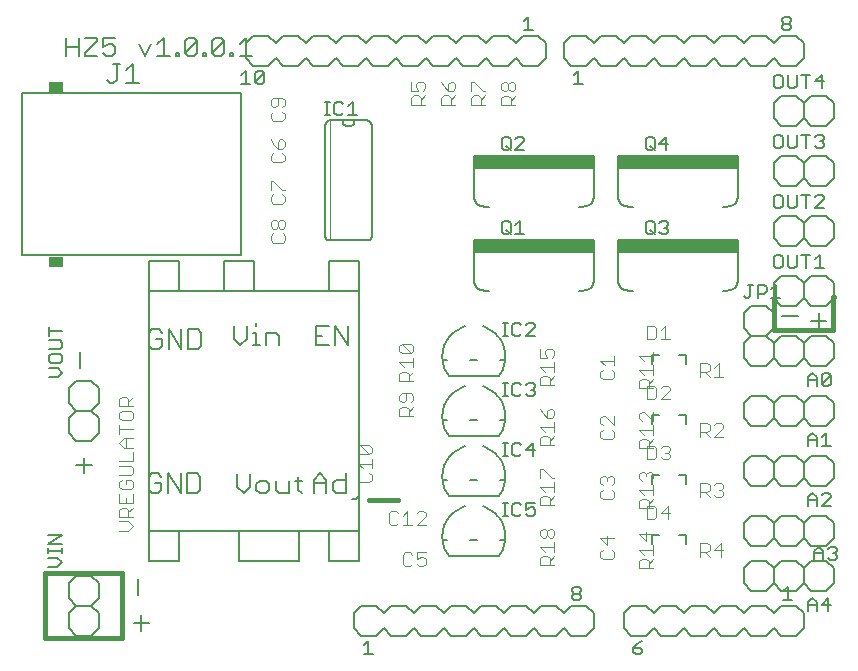
<source format=gto>
G75*
%MOIN*%
%OFA0B0*%
%FSLAX24Y24*%
%IPPOS*%
%LPD*%
%AMOC8*
5,1,8,0,0,1.08239X$1,22.5*
%
%ADD10C,0.0160*%
%ADD11C,0.0070*%
%ADD12C,0.0060*%
%ADD13C,0.0050*%
%ADD14C,0.0040*%
%ADD15C,0.0020*%
%ADD16C,0.0080*%
%ADD17R,0.0450X0.0364*%
%ADD18R,0.4000X0.0400*%
D10*
X000934Y000870D02*
X000934Y003030D01*
X003494Y003030D01*
X003494Y000870D01*
X000934Y000870D01*
X011734Y005480D02*
X012684Y005480D01*
X012684Y005470D01*
X025204Y011130D02*
X027194Y011130D01*
X027194Y012220D01*
X027214Y012220D01*
X025204Y012190D02*
X025204Y011130D01*
D11*
X025499Y011600D02*
X026026Y011600D01*
X026440Y011449D02*
X026967Y011449D01*
X026703Y011712D02*
X026703Y011185D01*
X004397Y001359D02*
X003870Y001359D01*
X004133Y001622D02*
X004133Y001095D01*
X004033Y002315D02*
X004033Y002842D01*
X002213Y006355D02*
X002213Y006882D01*
X001950Y006619D02*
X002477Y006619D01*
X002073Y009875D02*
X002073Y010402D01*
D12*
X001964Y009450D02*
X001714Y009200D01*
X001714Y008700D01*
X001964Y008450D01*
X001714Y008200D01*
X001714Y007700D01*
X001964Y007450D01*
X002464Y007450D01*
X002714Y007700D01*
X002714Y008200D01*
X002464Y008450D01*
X001964Y008450D01*
X002464Y008450D02*
X002714Y008700D01*
X002714Y009200D01*
X002464Y009450D01*
X001964Y009450D01*
X004394Y010617D02*
X004501Y010510D01*
X004714Y010510D01*
X004821Y010617D01*
X004821Y010830D01*
X004607Y010830D01*
X004394Y011044D02*
X004394Y010617D01*
X004394Y011044D02*
X004501Y011151D01*
X004714Y011151D01*
X004821Y011044D01*
X005038Y011151D02*
X005465Y010510D01*
X005465Y011151D01*
X005683Y011151D02*
X006003Y011151D01*
X006110Y011044D01*
X006110Y010617D01*
X006003Y010510D01*
X005683Y010510D01*
X005683Y011151D01*
X005038Y011151D02*
X005038Y010510D01*
X007214Y010834D02*
X007427Y010620D01*
X007641Y010834D01*
X007641Y011261D01*
X007858Y011047D02*
X007965Y011047D01*
X007965Y010620D01*
X007858Y010620D02*
X008072Y010620D01*
X008288Y010620D02*
X008288Y011047D01*
X008608Y011047D01*
X008715Y010940D01*
X008715Y010620D01*
X007965Y011261D02*
X007965Y011367D01*
X007214Y011261D02*
X007214Y010834D01*
X009954Y010940D02*
X010167Y010940D01*
X009954Y010620D02*
X010381Y010620D01*
X010598Y010620D02*
X010598Y011261D01*
X011025Y010620D01*
X011025Y011261D01*
X010381Y011261D02*
X009954Y011261D01*
X009954Y010620D01*
X014169Y010150D02*
X014326Y010150D01*
X014389Y009600D02*
X016039Y009600D01*
X016101Y010150D02*
X016259Y010150D01*
X015326Y010150D02*
X015101Y010150D01*
X014389Y009600D02*
X014352Y009651D01*
X014317Y009704D01*
X014285Y009760D01*
X014257Y009817D01*
X014233Y009876D01*
X014212Y009936D01*
X014195Y009997D01*
X014181Y010059D01*
X014172Y010122D01*
X014166Y010185D01*
X014164Y010249D01*
X014166Y010313D01*
X014172Y010376D01*
X014181Y010439D01*
X014194Y010501D01*
X014212Y010562D01*
X014232Y010622D01*
X014257Y010681D01*
X014284Y010738D01*
X014316Y010794D01*
X014350Y010847D01*
X014388Y010898D01*
X014429Y010947D01*
X014473Y010993D01*
X014519Y011037D01*
X014568Y011078D01*
X014619Y011115D01*
X014673Y011150D01*
X014728Y011181D01*
X014785Y011209D01*
X014844Y011233D01*
X014904Y011253D01*
X015524Y011253D02*
X015584Y011233D01*
X015643Y011209D01*
X015700Y011181D01*
X015755Y011150D01*
X015809Y011115D01*
X015860Y011078D01*
X015909Y011037D01*
X015955Y010993D01*
X015999Y010947D01*
X016040Y010898D01*
X016078Y010847D01*
X016112Y010794D01*
X016144Y010738D01*
X016171Y010681D01*
X016196Y010622D01*
X016216Y010562D01*
X016234Y010501D01*
X016247Y010439D01*
X016256Y010376D01*
X016262Y010313D01*
X016264Y010249D01*
X016262Y010185D01*
X016256Y010122D01*
X016247Y010059D01*
X016233Y009997D01*
X016216Y009936D01*
X016195Y009876D01*
X016171Y009817D01*
X016143Y009760D01*
X016111Y009704D01*
X016076Y009651D01*
X016039Y009600D01*
X016101Y008150D02*
X016259Y008150D01*
X016039Y007600D02*
X014389Y007600D01*
X014326Y008150D02*
X014169Y008150D01*
X015101Y008150D02*
X015326Y008150D01*
X016039Y007600D02*
X016076Y007651D01*
X016111Y007704D01*
X016143Y007760D01*
X016171Y007817D01*
X016195Y007876D01*
X016216Y007936D01*
X016233Y007997D01*
X016247Y008059D01*
X016256Y008122D01*
X016262Y008185D01*
X016264Y008249D01*
X016262Y008313D01*
X016256Y008376D01*
X016247Y008439D01*
X016234Y008501D01*
X016216Y008562D01*
X016196Y008622D01*
X016171Y008681D01*
X016144Y008738D01*
X016112Y008794D01*
X016078Y008847D01*
X016040Y008898D01*
X015999Y008947D01*
X015955Y008993D01*
X015909Y009037D01*
X015860Y009078D01*
X015809Y009115D01*
X015755Y009150D01*
X015700Y009181D01*
X015643Y009209D01*
X015584Y009233D01*
X015524Y009253D01*
X014904Y009253D02*
X014844Y009233D01*
X014785Y009209D01*
X014728Y009181D01*
X014673Y009150D01*
X014619Y009115D01*
X014568Y009078D01*
X014519Y009037D01*
X014473Y008993D01*
X014429Y008947D01*
X014388Y008898D01*
X014350Y008847D01*
X014316Y008794D01*
X014284Y008738D01*
X014257Y008681D01*
X014232Y008622D01*
X014212Y008562D01*
X014194Y008501D01*
X014181Y008439D01*
X014172Y008376D01*
X014166Y008313D01*
X014164Y008249D01*
X014166Y008185D01*
X014172Y008122D01*
X014181Y008059D01*
X014195Y007997D01*
X014212Y007936D01*
X014233Y007876D01*
X014257Y007817D01*
X014285Y007760D01*
X014317Y007704D01*
X014352Y007651D01*
X014389Y007600D01*
X014326Y006150D02*
X014169Y006150D01*
X014389Y005600D02*
X016039Y005600D01*
X016101Y006150D02*
X016259Y006150D01*
X015326Y006150D02*
X015101Y006150D01*
X014389Y005600D02*
X014352Y005651D01*
X014317Y005704D01*
X014285Y005760D01*
X014257Y005817D01*
X014233Y005876D01*
X014212Y005936D01*
X014195Y005997D01*
X014181Y006059D01*
X014172Y006122D01*
X014166Y006185D01*
X014164Y006249D01*
X014166Y006313D01*
X014172Y006376D01*
X014181Y006439D01*
X014194Y006501D01*
X014212Y006562D01*
X014232Y006622D01*
X014257Y006681D01*
X014284Y006738D01*
X014316Y006794D01*
X014350Y006847D01*
X014388Y006898D01*
X014429Y006947D01*
X014473Y006993D01*
X014519Y007037D01*
X014568Y007078D01*
X014619Y007115D01*
X014673Y007150D01*
X014728Y007181D01*
X014785Y007209D01*
X014844Y007233D01*
X014904Y007253D01*
X015524Y007253D02*
X015584Y007233D01*
X015643Y007209D01*
X015700Y007181D01*
X015755Y007150D01*
X015809Y007115D01*
X015860Y007078D01*
X015909Y007037D01*
X015955Y006993D01*
X015999Y006947D01*
X016040Y006898D01*
X016078Y006847D01*
X016112Y006794D01*
X016144Y006738D01*
X016171Y006681D01*
X016196Y006622D01*
X016216Y006562D01*
X016234Y006501D01*
X016247Y006439D01*
X016256Y006376D01*
X016262Y006313D01*
X016264Y006249D01*
X016262Y006185D01*
X016256Y006122D01*
X016247Y006059D01*
X016233Y005997D01*
X016216Y005936D01*
X016195Y005876D01*
X016171Y005817D01*
X016143Y005760D01*
X016111Y005704D01*
X016076Y005651D01*
X016039Y005600D01*
X015524Y005253D02*
X015584Y005233D01*
X015643Y005209D01*
X015700Y005181D01*
X015755Y005150D01*
X015809Y005115D01*
X015860Y005078D01*
X015909Y005037D01*
X015955Y004993D01*
X015999Y004947D01*
X016040Y004898D01*
X016078Y004847D01*
X016112Y004794D01*
X016144Y004738D01*
X016171Y004681D01*
X016196Y004622D01*
X016216Y004562D01*
X016234Y004501D01*
X016247Y004439D01*
X016256Y004376D01*
X016262Y004313D01*
X016264Y004249D01*
X016262Y004185D01*
X016256Y004122D01*
X016247Y004059D01*
X016233Y003997D01*
X016216Y003936D01*
X016195Y003876D01*
X016171Y003817D01*
X016143Y003760D01*
X016111Y003704D01*
X016076Y003651D01*
X016039Y003600D01*
X014389Y003600D01*
X014326Y004150D02*
X014169Y004150D01*
X015101Y004150D02*
X015326Y004150D01*
X014389Y003600D02*
X014352Y003651D01*
X014317Y003704D01*
X014285Y003760D01*
X014257Y003817D01*
X014233Y003876D01*
X014212Y003936D01*
X014195Y003997D01*
X014181Y004059D01*
X014172Y004122D01*
X014166Y004185D01*
X014164Y004249D01*
X014166Y004313D01*
X014172Y004376D01*
X014181Y004439D01*
X014194Y004501D01*
X014212Y004562D01*
X014232Y004622D01*
X014257Y004681D01*
X014284Y004738D01*
X014316Y004794D01*
X014350Y004847D01*
X014388Y004898D01*
X014429Y004947D01*
X014473Y004993D01*
X014519Y005037D01*
X014568Y005078D01*
X014619Y005115D01*
X014673Y005150D01*
X014728Y005181D01*
X014785Y005209D01*
X014844Y005233D01*
X014904Y005253D01*
X016101Y004150D02*
X016259Y004150D01*
X016464Y001950D02*
X016964Y001950D01*
X017214Y001700D01*
X017464Y001950D01*
X017964Y001950D01*
X018214Y001700D01*
X018464Y001950D01*
X018964Y001950D01*
X019214Y001700D01*
X019214Y001200D01*
X018964Y000950D01*
X018464Y000950D01*
X018214Y001200D01*
X017964Y000950D01*
X017464Y000950D01*
X017214Y001200D01*
X016964Y000950D01*
X016464Y000950D01*
X016214Y001200D01*
X015964Y000950D01*
X015464Y000950D01*
X015214Y001200D01*
X014964Y000950D01*
X014464Y000950D01*
X014214Y001200D01*
X013964Y000950D01*
X013464Y000950D01*
X013214Y001200D01*
X012964Y000950D01*
X012464Y000950D01*
X012214Y001200D01*
X011964Y000950D01*
X011464Y000950D01*
X011214Y001200D01*
X011214Y001700D01*
X011464Y001950D01*
X011964Y001950D01*
X012214Y001700D01*
X012464Y001950D01*
X012964Y001950D01*
X013214Y001700D01*
X013464Y001950D01*
X013964Y001950D01*
X014214Y001700D01*
X014464Y001950D01*
X014964Y001950D01*
X015214Y001700D01*
X015464Y001950D01*
X015964Y001950D01*
X016214Y001700D01*
X016464Y001950D01*
X020214Y001700D02*
X020214Y001200D01*
X020464Y000950D01*
X020964Y000950D01*
X021214Y001200D01*
X021464Y000950D01*
X021964Y000950D01*
X022214Y001200D01*
X022464Y000950D01*
X022964Y000950D01*
X023214Y001200D01*
X023464Y000950D01*
X023964Y000950D01*
X024214Y001200D01*
X024464Y000950D01*
X024964Y000950D01*
X025214Y001200D01*
X025464Y000950D01*
X025964Y000950D01*
X026214Y001200D01*
X026214Y001700D01*
X025964Y001950D01*
X025464Y001950D01*
X025214Y001700D01*
X024964Y001950D01*
X024464Y001950D01*
X024214Y001700D01*
X023964Y001950D01*
X023464Y001950D01*
X023214Y001700D01*
X022964Y001950D01*
X022464Y001950D01*
X022214Y001700D01*
X021964Y001950D01*
X021464Y001950D01*
X021214Y001700D01*
X020964Y001950D01*
X020464Y001950D01*
X020214Y001700D01*
X021154Y003990D02*
X021154Y004310D01*
X021374Y004310D01*
X022054Y004310D02*
X022274Y004310D01*
X022274Y003990D01*
X024214Y004200D02*
X024214Y004700D01*
X024464Y004950D01*
X024964Y004950D01*
X025214Y004700D01*
X025464Y004950D01*
X025964Y004950D01*
X026214Y004700D01*
X026464Y004950D01*
X026964Y004950D01*
X027214Y004700D01*
X027214Y004200D01*
X026964Y003950D01*
X026464Y003950D01*
X026214Y004200D01*
X025964Y003950D01*
X025464Y003950D01*
X025214Y004200D01*
X024964Y003950D01*
X024464Y003950D01*
X024214Y004200D01*
X025214Y004200D02*
X025214Y004700D01*
X026214Y004700D02*
X026214Y004200D01*
X026464Y003450D02*
X026964Y003450D01*
X027214Y003200D01*
X027214Y002700D01*
X026964Y002450D01*
X026464Y002450D01*
X026214Y002700D01*
X025964Y002450D01*
X025464Y002450D01*
X025214Y002700D01*
X024964Y002450D01*
X024464Y002450D01*
X024214Y002700D01*
X024214Y003200D01*
X024464Y003450D01*
X024964Y003450D01*
X025214Y003200D01*
X025464Y003450D01*
X025964Y003450D01*
X026214Y003200D01*
X026464Y003450D01*
X026214Y003200D02*
X026214Y002700D01*
X025214Y002700D02*
X025214Y003200D01*
X025464Y005950D02*
X025214Y006200D01*
X024964Y005950D01*
X024464Y005950D01*
X024214Y006200D01*
X024214Y006700D01*
X024464Y006950D01*
X024964Y006950D01*
X025214Y006700D01*
X025464Y006950D01*
X025964Y006950D01*
X026214Y006700D01*
X026464Y006950D01*
X026964Y006950D01*
X027214Y006700D01*
X027214Y006200D01*
X026964Y005950D01*
X026464Y005950D01*
X026214Y006200D01*
X025964Y005950D01*
X025464Y005950D01*
X025214Y006200D02*
X025214Y006700D01*
X026214Y006700D02*
X026214Y006200D01*
X026464Y007950D02*
X026214Y008200D01*
X025964Y007950D01*
X025464Y007950D01*
X025214Y008200D01*
X024964Y007950D01*
X024464Y007950D01*
X024214Y008200D01*
X024214Y008700D01*
X024464Y008950D01*
X024964Y008950D01*
X025214Y008700D01*
X025464Y008950D01*
X025964Y008950D01*
X026214Y008700D01*
X026464Y008950D01*
X026964Y008950D01*
X027214Y008700D01*
X027214Y008200D01*
X026964Y007950D01*
X026464Y007950D01*
X026214Y008200D02*
X026214Y008700D01*
X025214Y008700D02*
X025214Y008200D01*
X025464Y009950D02*
X025214Y010200D01*
X024964Y009950D01*
X024464Y009950D01*
X024214Y010200D01*
X024214Y010700D01*
X024464Y010950D01*
X024964Y010950D01*
X025214Y011200D01*
X025214Y011700D01*
X024964Y011950D01*
X024464Y011950D01*
X024214Y011700D01*
X024214Y011200D01*
X024464Y010950D01*
X024964Y010950D01*
X025214Y010700D01*
X025464Y010950D01*
X025964Y010950D01*
X026214Y010700D01*
X026464Y010950D01*
X026964Y010950D01*
X027214Y010700D01*
X027214Y010200D01*
X026964Y009950D01*
X026464Y009950D01*
X026214Y010200D01*
X025964Y009950D01*
X025464Y009950D01*
X025214Y010200D02*
X025214Y010700D01*
X026214Y010700D02*
X026214Y010200D01*
X026464Y011950D02*
X026214Y012200D01*
X025964Y011950D01*
X025464Y011950D01*
X025214Y012200D01*
X025214Y012700D01*
X025464Y012950D01*
X025964Y012950D01*
X026214Y012700D01*
X026464Y012950D01*
X026964Y012950D01*
X027214Y012700D01*
X027214Y012200D01*
X026964Y011950D01*
X026464Y011950D01*
X026214Y012200D02*
X026214Y012700D01*
X026464Y013950D02*
X026214Y014200D01*
X025964Y013950D01*
X025464Y013950D01*
X025214Y014200D01*
X025214Y014700D01*
X025464Y014950D01*
X025964Y014950D01*
X026214Y014700D01*
X026464Y014950D01*
X026964Y014950D01*
X027214Y014700D01*
X027214Y014200D01*
X026964Y013950D01*
X026464Y013950D01*
X026214Y014200D02*
X026214Y014700D01*
X026464Y015950D02*
X026214Y016200D01*
X025964Y015950D01*
X025464Y015950D01*
X025214Y016200D01*
X025214Y016700D01*
X025464Y016950D01*
X025964Y016950D01*
X026214Y016700D01*
X026464Y016950D01*
X026964Y016950D01*
X027214Y016700D01*
X027214Y016200D01*
X026964Y015950D01*
X026464Y015950D01*
X026214Y016200D02*
X026214Y016700D01*
X026464Y017950D02*
X026214Y018200D01*
X025964Y017950D01*
X025464Y017950D01*
X025214Y018200D01*
X025214Y018700D01*
X025464Y018950D01*
X025964Y018950D01*
X026214Y018700D01*
X026464Y018950D01*
X026964Y018950D01*
X027214Y018700D01*
X027214Y018200D01*
X026964Y017950D01*
X026464Y017950D01*
X026214Y018200D02*
X026214Y018700D01*
X025964Y019950D02*
X025464Y019950D01*
X025214Y020200D01*
X024964Y019950D01*
X024464Y019950D01*
X024214Y020200D01*
X023964Y019950D01*
X023464Y019950D01*
X023214Y020200D01*
X022964Y019950D01*
X022464Y019950D01*
X022214Y020200D01*
X021964Y019950D01*
X021464Y019950D01*
X021214Y020200D01*
X020964Y019950D01*
X020464Y019950D01*
X020214Y020200D01*
X019964Y019950D01*
X019464Y019950D01*
X019214Y020200D01*
X018964Y019950D01*
X018464Y019950D01*
X018214Y020200D01*
X018214Y020700D01*
X018464Y020950D01*
X018964Y020950D01*
X019214Y020700D01*
X019464Y020950D01*
X019964Y020950D01*
X020214Y020700D01*
X020464Y020950D01*
X020964Y020950D01*
X021214Y020700D01*
X021464Y020950D01*
X021964Y020950D01*
X022214Y020700D01*
X022464Y020950D01*
X022964Y020950D01*
X023214Y020700D01*
X023464Y020950D01*
X023964Y020950D01*
X024214Y020700D01*
X024464Y020950D01*
X024964Y020950D01*
X025214Y020700D01*
X025464Y020950D01*
X025964Y020950D01*
X026214Y020700D01*
X026214Y020200D01*
X025964Y019950D01*
X017614Y020200D02*
X017364Y019950D01*
X016864Y019950D01*
X016614Y020200D01*
X016364Y019950D01*
X015864Y019950D01*
X015614Y020200D01*
X015364Y019950D01*
X014864Y019950D01*
X014614Y020200D01*
X014364Y019950D01*
X013864Y019950D01*
X013614Y020200D01*
X013364Y019950D01*
X012864Y019950D01*
X012614Y020200D01*
X012364Y019950D01*
X011864Y019950D01*
X011614Y020200D01*
X011364Y019950D01*
X010864Y019950D01*
X010614Y020200D01*
X010364Y019950D01*
X009864Y019950D01*
X009614Y020200D01*
X009364Y019950D01*
X008864Y019950D01*
X008614Y020200D01*
X008364Y019950D01*
X007864Y019950D01*
X007614Y020200D01*
X007614Y020700D01*
X007864Y020950D01*
X008364Y020950D01*
X008614Y020700D01*
X008864Y020950D01*
X009364Y020950D01*
X009614Y020700D01*
X009864Y020950D01*
X010364Y020950D01*
X010614Y020700D01*
X010864Y020950D01*
X011364Y020950D01*
X011614Y020700D01*
X011864Y020950D01*
X012364Y020950D01*
X012614Y020700D01*
X012864Y020950D01*
X013364Y020950D01*
X013614Y020700D01*
X013864Y020950D01*
X014364Y020950D01*
X014614Y020700D01*
X014864Y020950D01*
X015364Y020950D01*
X015614Y020700D01*
X015864Y020950D01*
X016364Y020950D01*
X016614Y020700D01*
X016864Y020950D01*
X017364Y020950D01*
X017614Y020700D01*
X017614Y020200D01*
X011804Y017970D02*
X011804Y014270D01*
X011802Y014247D01*
X011797Y014224D01*
X011788Y014202D01*
X011775Y014182D01*
X011760Y014164D01*
X011742Y014149D01*
X011722Y014136D01*
X011700Y014127D01*
X011677Y014122D01*
X011654Y014120D01*
X010414Y014120D01*
X010391Y014122D01*
X010368Y014127D01*
X010346Y014136D01*
X010326Y014149D01*
X010308Y014164D01*
X010293Y014182D01*
X010280Y014202D01*
X010271Y014224D01*
X010266Y014247D01*
X010264Y014270D01*
X010264Y017970D01*
X010266Y017993D01*
X010271Y018016D01*
X010280Y018038D01*
X010293Y018058D01*
X010308Y018076D01*
X010326Y018091D01*
X010346Y018104D01*
X010368Y018113D01*
X010391Y018118D01*
X010414Y018120D01*
X010834Y018120D01*
X011234Y018120D01*
X011654Y018120D01*
X011677Y018118D01*
X011700Y018113D01*
X011722Y018104D01*
X011742Y018091D01*
X011760Y018076D01*
X011775Y018058D01*
X011788Y018038D01*
X011797Y018016D01*
X011802Y017993D01*
X011804Y017970D01*
X011234Y018120D02*
X011232Y018093D01*
X011227Y018066D01*
X011217Y018040D01*
X011205Y018016D01*
X011189Y017994D01*
X011171Y017974D01*
X011149Y017957D01*
X011126Y017942D01*
X011101Y017932D01*
X011075Y017924D01*
X011048Y017920D01*
X011020Y017920D01*
X010993Y017924D01*
X010967Y017932D01*
X010942Y017942D01*
X010919Y017957D01*
X010897Y017974D01*
X010879Y017994D01*
X010863Y018016D01*
X010851Y018040D01*
X010841Y018066D01*
X010836Y018093D01*
X010834Y018120D01*
X004055Y019360D02*
X003628Y019360D01*
X003842Y019360D02*
X003842Y020001D01*
X003628Y019787D01*
X003411Y020001D02*
X003197Y020001D01*
X003304Y020001D02*
X003304Y019467D01*
X003197Y019360D01*
X003091Y019360D01*
X002984Y019467D01*
X011376Y006457D02*
X011376Y006351D01*
X011376Y006137D02*
X011376Y005603D01*
X011270Y005496D01*
X011163Y005496D01*
X010945Y005710D02*
X010625Y005710D01*
X010518Y005817D01*
X010518Y006030D01*
X010625Y006137D01*
X010945Y006137D01*
X010945Y006351D02*
X010945Y005710D01*
X010301Y005710D02*
X010301Y006137D01*
X010087Y006351D01*
X009874Y006137D01*
X009874Y005710D01*
X009874Y006030D02*
X010301Y006030D01*
X009471Y006117D02*
X009257Y006117D01*
X009364Y006224D02*
X009364Y005797D01*
X009471Y005690D01*
X009040Y005690D02*
X009040Y006117D01*
X008613Y006117D02*
X008613Y005797D01*
X008720Y005690D01*
X009040Y005690D01*
X008395Y005797D02*
X008395Y006010D01*
X008289Y006117D01*
X008075Y006117D01*
X007968Y006010D01*
X007968Y005797D01*
X008075Y005690D01*
X008289Y005690D01*
X008395Y005797D01*
X007751Y005904D02*
X007751Y006331D01*
X007324Y006331D02*
X007324Y005904D01*
X007537Y005690D01*
X007751Y005904D01*
X006090Y005817D02*
X006090Y006244D01*
X005983Y006351D01*
X005663Y006351D01*
X005663Y005710D01*
X005983Y005710D01*
X006090Y005817D01*
X005445Y005710D02*
X005445Y006351D01*
X005018Y006351D02*
X005445Y005710D01*
X005018Y005710D02*
X005018Y006351D01*
X004801Y006244D02*
X004694Y006351D01*
X004481Y006351D01*
X004374Y006244D01*
X004374Y005817D01*
X004481Y005710D01*
X004694Y005710D01*
X004801Y005817D01*
X004801Y006030D01*
X004587Y006030D01*
X002464Y002950D02*
X001964Y002950D01*
X001714Y002700D01*
X001714Y002200D01*
X001964Y001950D01*
X001714Y001700D01*
X001714Y001200D01*
X001964Y000950D01*
X002464Y000950D01*
X002714Y001200D01*
X002714Y001700D01*
X002464Y001950D01*
X001964Y001950D01*
X002464Y001950D02*
X002714Y002200D01*
X002714Y002700D01*
X002464Y002950D01*
X021154Y005990D02*
X021154Y006310D01*
X021374Y006310D01*
X022054Y006310D02*
X022274Y006310D01*
X022274Y005990D01*
X022274Y007990D02*
X022274Y008310D01*
X022054Y008310D01*
X021374Y008310D02*
X021154Y008310D01*
X021154Y007990D01*
X021154Y009990D02*
X021154Y010310D01*
X021374Y010310D01*
X022054Y010310D02*
X022274Y010310D01*
X022274Y009990D01*
D13*
X024284Y012195D02*
X024359Y012195D01*
X024434Y012270D01*
X024434Y012645D01*
X024359Y012645D02*
X024509Y012645D01*
X024669Y012645D02*
X024894Y012645D01*
X024969Y012570D01*
X024969Y012420D01*
X024894Y012345D01*
X024669Y012345D01*
X024669Y012195D02*
X024669Y012645D01*
X024284Y012195D02*
X024209Y012270D01*
X025130Y012195D02*
X025430Y012195D01*
X025280Y012195D02*
X025280Y012645D01*
X025130Y012495D01*
X025284Y013195D02*
X025434Y013195D01*
X025509Y013270D01*
X025509Y013570D01*
X025434Y013645D01*
X025284Y013645D01*
X025209Y013570D01*
X025209Y013270D01*
X025284Y013195D01*
X025669Y013270D02*
X025669Y013645D01*
X025969Y013645D02*
X025969Y013270D01*
X025894Y013195D01*
X025744Y013195D01*
X025669Y013270D01*
X026130Y013645D02*
X026430Y013645D01*
X026280Y013645D02*
X026280Y013195D01*
X026590Y013195D02*
X026890Y013195D01*
X026740Y013195D02*
X026740Y013645D01*
X026590Y013495D01*
X026590Y015195D02*
X026890Y015495D01*
X026890Y015570D01*
X026815Y015645D01*
X026665Y015645D01*
X026590Y015570D01*
X026430Y015645D02*
X026130Y015645D01*
X026280Y015645D02*
X026280Y015195D01*
X026590Y015195D02*
X026890Y015195D01*
X025969Y015270D02*
X025969Y015645D01*
X025669Y015645D02*
X025669Y015270D01*
X025744Y015195D01*
X025894Y015195D01*
X025969Y015270D01*
X025509Y015270D02*
X025509Y015570D01*
X025434Y015645D01*
X025284Y015645D01*
X025209Y015570D01*
X025209Y015270D01*
X025284Y015195D01*
X025434Y015195D01*
X025509Y015270D01*
X025434Y017195D02*
X025284Y017195D01*
X025209Y017270D01*
X025209Y017570D01*
X025284Y017645D01*
X025434Y017645D01*
X025509Y017570D01*
X025509Y017270D01*
X025434Y017195D01*
X025669Y017270D02*
X025744Y017195D01*
X025894Y017195D01*
X025969Y017270D01*
X025969Y017645D01*
X026130Y017645D02*
X026430Y017645D01*
X026280Y017645D02*
X026280Y017195D01*
X026590Y017270D02*
X026665Y017195D01*
X026815Y017195D01*
X026890Y017270D01*
X026890Y017345D01*
X026815Y017420D01*
X026740Y017420D01*
X026815Y017420D02*
X026890Y017495D01*
X026890Y017570D01*
X026815Y017645D01*
X026665Y017645D01*
X026590Y017570D01*
X025669Y017645D02*
X025669Y017270D01*
X025744Y019195D02*
X025894Y019195D01*
X025969Y019270D01*
X025969Y019645D01*
X026130Y019645D02*
X026430Y019645D01*
X026280Y019645D02*
X026280Y019195D01*
X026590Y019420D02*
X026890Y019420D01*
X026815Y019195D02*
X026815Y019645D01*
X026590Y019420D01*
X025744Y019195D02*
X025669Y019270D01*
X025669Y019645D01*
X025509Y019570D02*
X025434Y019645D01*
X025284Y019645D01*
X025209Y019570D01*
X025209Y019270D01*
X025284Y019195D01*
X025434Y019195D01*
X025509Y019270D01*
X025509Y019570D01*
X025564Y021125D02*
X025489Y021200D01*
X025489Y021275D01*
X025564Y021350D01*
X025714Y021350D01*
X025789Y021275D01*
X025789Y021200D01*
X025714Y021125D01*
X025564Y021125D01*
X025564Y021350D02*
X025489Y021425D01*
X025489Y021500D01*
X025564Y021575D01*
X025714Y021575D01*
X025789Y021500D01*
X025789Y021425D01*
X025714Y021350D01*
X021624Y017575D02*
X021399Y017350D01*
X021699Y017350D01*
X021624Y017125D02*
X021624Y017575D01*
X021239Y017500D02*
X021239Y017200D01*
X021164Y017125D01*
X021014Y017125D01*
X020939Y017200D01*
X020939Y017500D01*
X021014Y017575D01*
X021164Y017575D01*
X021239Y017500D01*
X021089Y017275D02*
X021239Y017125D01*
X018839Y019325D02*
X018539Y019325D01*
X018689Y019325D02*
X018689Y019775D01*
X018539Y019625D01*
X017179Y021125D02*
X016878Y021125D01*
X017029Y021125D02*
X017029Y021575D01*
X016878Y021425D01*
X016824Y017575D02*
X016674Y017575D01*
X016599Y017500D01*
X016439Y017500D02*
X016439Y017200D01*
X016364Y017125D01*
X016214Y017125D01*
X016139Y017200D01*
X016139Y017500D01*
X016214Y017575D01*
X016364Y017575D01*
X016439Y017500D01*
X016289Y017275D02*
X016439Y017125D01*
X016599Y017125D02*
X016899Y017425D01*
X016899Y017500D01*
X016824Y017575D01*
X016899Y017125D02*
X016599Y017125D01*
X016749Y014775D02*
X016749Y014325D01*
X016599Y014325D02*
X016899Y014325D01*
X016599Y014625D02*
X016749Y014775D01*
X016439Y014700D02*
X016439Y014400D01*
X016364Y014325D01*
X016214Y014325D01*
X016139Y014400D01*
X016139Y014700D01*
X016214Y014775D01*
X016364Y014775D01*
X016439Y014700D01*
X016289Y014475D02*
X016439Y014325D01*
X016339Y011375D02*
X016189Y011375D01*
X016264Y011375D02*
X016264Y010925D01*
X016189Y010925D02*
X016339Y010925D01*
X016496Y011000D02*
X016571Y010925D01*
X016721Y010925D01*
X016796Y011000D01*
X016956Y010925D02*
X017256Y011225D01*
X017256Y011300D01*
X017181Y011375D01*
X017031Y011375D01*
X016956Y011300D01*
X016796Y011300D02*
X016721Y011375D01*
X016571Y011375D01*
X016496Y011300D01*
X016496Y011000D01*
X016956Y010925D02*
X017256Y010925D01*
X017181Y009375D02*
X017031Y009375D01*
X016956Y009300D01*
X016796Y009300D02*
X016721Y009375D01*
X016571Y009375D01*
X016496Y009300D01*
X016496Y009000D01*
X016571Y008925D01*
X016721Y008925D01*
X016796Y009000D01*
X016956Y009000D02*
X017031Y008925D01*
X017181Y008925D01*
X017256Y009000D01*
X017256Y009075D01*
X017181Y009150D01*
X017106Y009150D01*
X017181Y009150D02*
X017256Y009225D01*
X017256Y009300D01*
X017181Y009375D01*
X016339Y009375D02*
X016189Y009375D01*
X016264Y009375D02*
X016264Y008925D01*
X016189Y008925D02*
X016339Y008925D01*
X016339Y007375D02*
X016189Y007375D01*
X016264Y007375D02*
X016264Y006925D01*
X016189Y006925D02*
X016339Y006925D01*
X016496Y007000D02*
X016571Y006925D01*
X016721Y006925D01*
X016796Y007000D01*
X016956Y007150D02*
X017256Y007150D01*
X017181Y006925D02*
X017181Y007375D01*
X016956Y007150D01*
X016796Y007300D02*
X016721Y007375D01*
X016571Y007375D01*
X016496Y007300D01*
X016496Y007000D01*
X016571Y005375D02*
X016496Y005300D01*
X016496Y005000D01*
X016571Y004925D01*
X016721Y004925D01*
X016796Y005000D01*
X016956Y005000D02*
X017031Y004925D01*
X017181Y004925D01*
X017256Y005000D01*
X017256Y005150D01*
X017181Y005225D01*
X017106Y005225D01*
X016956Y005150D01*
X016956Y005375D01*
X017256Y005375D01*
X016796Y005300D02*
X016721Y005375D01*
X016571Y005375D01*
X016339Y005375D02*
X016189Y005375D01*
X016264Y005375D02*
X016264Y004925D01*
X016189Y004925D02*
X016339Y004925D01*
X018564Y002575D02*
X018714Y002575D01*
X018789Y002500D01*
X018789Y002425D01*
X018714Y002350D01*
X018564Y002350D01*
X018489Y002425D01*
X018489Y002500D01*
X018564Y002575D01*
X018564Y002350D02*
X018489Y002275D01*
X018489Y002200D01*
X018564Y002125D01*
X018714Y002125D01*
X018789Y002200D01*
X018789Y002275D01*
X018714Y002350D01*
X020528Y000550D02*
X020679Y000700D01*
X020829Y000775D01*
X020754Y000550D02*
X020528Y000550D01*
X020528Y000400D01*
X020603Y000325D01*
X020754Y000325D01*
X020829Y000400D01*
X020829Y000475D01*
X020754Y000550D01*
X025528Y002125D02*
X025829Y002125D01*
X025679Y002125D02*
X025679Y002575D01*
X025528Y002425D01*
X026348Y002055D02*
X026348Y001755D01*
X026348Y001980D02*
X026648Y001980D01*
X026648Y002055D02*
X026648Y001755D01*
X026808Y001980D02*
X027109Y001980D01*
X027034Y001755D02*
X027034Y002205D01*
X026808Y001980D01*
X026648Y002055D02*
X026498Y002205D01*
X026348Y002055D01*
X026558Y003465D02*
X026558Y003765D01*
X026708Y003915D01*
X026858Y003765D01*
X026858Y003465D01*
X027018Y003540D02*
X027093Y003465D01*
X027244Y003465D01*
X027319Y003540D01*
X027319Y003615D01*
X027244Y003690D01*
X027169Y003690D01*
X027244Y003690D02*
X027319Y003765D01*
X027319Y003840D01*
X027244Y003915D01*
X027093Y003915D01*
X027018Y003840D01*
X026858Y003690D02*
X026558Y003690D01*
X026648Y005255D02*
X026648Y005555D01*
X026498Y005705D01*
X026348Y005555D01*
X026348Y005255D01*
X026348Y005480D02*
X026648Y005480D01*
X026808Y005630D02*
X026883Y005705D01*
X027034Y005705D01*
X027109Y005630D01*
X027109Y005555D01*
X026808Y005255D01*
X027109Y005255D01*
X027109Y007255D02*
X026808Y007255D01*
X026959Y007255D02*
X026959Y007705D01*
X026808Y007555D01*
X026648Y007555D02*
X026648Y007255D01*
X026648Y007480D02*
X026348Y007480D01*
X026348Y007555D02*
X026498Y007705D01*
X026648Y007555D01*
X026348Y007555D02*
X026348Y007255D01*
X026348Y009255D02*
X026348Y009555D01*
X026498Y009705D01*
X026648Y009555D01*
X026648Y009255D01*
X026808Y009330D02*
X026808Y009630D01*
X026883Y009705D01*
X027034Y009705D01*
X027109Y009630D01*
X026808Y009330D01*
X026883Y009255D01*
X027034Y009255D01*
X027109Y009330D01*
X027109Y009630D01*
X026648Y009480D02*
X026348Y009480D01*
X021624Y014325D02*
X021474Y014325D01*
X021399Y014400D01*
X021239Y014400D02*
X021164Y014325D01*
X021014Y014325D01*
X020939Y014400D01*
X020939Y014700D01*
X021014Y014775D01*
X021164Y014775D01*
X021239Y014700D01*
X021239Y014400D01*
X021239Y014325D02*
X021089Y014475D01*
X021399Y014700D02*
X021474Y014775D01*
X021624Y014775D01*
X021699Y014700D01*
X021699Y014625D01*
X021624Y014550D01*
X021699Y014475D01*
X021699Y014400D01*
X021624Y014325D01*
X021624Y014550D02*
X021549Y014550D01*
X011374Y013430D02*
X011374Y012430D01*
X011374Y004430D01*
X011374Y003430D01*
X010374Y003430D01*
X010374Y004430D01*
X009374Y004430D01*
X009374Y003430D01*
X007374Y003430D01*
X007374Y004430D01*
X005374Y004430D01*
X005374Y003430D01*
X004374Y003430D01*
X004374Y004430D01*
X005374Y004430D01*
X004374Y004430D02*
X004374Y012430D01*
X004374Y013430D01*
X005374Y013430D01*
X005374Y012430D01*
X006874Y012430D01*
X006874Y013430D01*
X007874Y013430D01*
X007874Y012430D01*
X010374Y012430D01*
X010374Y013430D01*
X011374Y013430D01*
X011374Y012430D02*
X010374Y012430D01*
X007874Y012430D02*
X006874Y012430D01*
X005374Y012430D02*
X004374Y012430D01*
X001499Y011096D02*
X001048Y011096D01*
X001048Y010946D02*
X001048Y011246D01*
X001048Y010786D02*
X001424Y010786D01*
X001499Y010711D01*
X001499Y010561D01*
X001424Y010486D01*
X001048Y010486D01*
X001123Y010326D02*
X001048Y010251D01*
X001048Y010100D01*
X001123Y010025D01*
X001424Y010025D01*
X001499Y010100D01*
X001499Y010251D01*
X001424Y010326D01*
X001123Y010326D01*
X001048Y009865D02*
X001349Y009865D01*
X001499Y009715D01*
X001349Y009565D01*
X001048Y009565D01*
X007374Y004430D02*
X009374Y004430D01*
X010374Y004430D02*
X011374Y004430D01*
X011689Y000775D02*
X011689Y000325D01*
X011539Y000325D02*
X011839Y000325D01*
X011539Y000625D02*
X011689Y000775D01*
X001479Y003395D02*
X001329Y003545D01*
X001028Y003545D01*
X001028Y003705D02*
X001028Y003856D01*
X001028Y003780D02*
X001479Y003780D01*
X001479Y003705D02*
X001479Y003856D01*
X001479Y004012D02*
X001028Y004012D01*
X001479Y004313D01*
X001028Y004313D01*
X001479Y003395D02*
X001329Y003245D01*
X001028Y003245D01*
X010259Y018295D02*
X010409Y018295D01*
X010334Y018295D02*
X010334Y018745D01*
X010259Y018745D02*
X010409Y018745D01*
X010566Y018670D02*
X010566Y018370D01*
X010641Y018295D01*
X010791Y018295D01*
X010866Y018370D01*
X011026Y018295D02*
X011326Y018295D01*
X011176Y018295D02*
X011176Y018745D01*
X011026Y018595D01*
X010866Y018670D02*
X010791Y018745D01*
X010641Y018745D01*
X010566Y018670D01*
X008229Y019400D02*
X008154Y019325D01*
X008003Y019325D01*
X007928Y019400D01*
X008229Y019700D01*
X008229Y019400D01*
X008229Y019700D02*
X008154Y019775D01*
X008003Y019775D01*
X007928Y019700D01*
X007928Y019400D01*
X007768Y019325D02*
X007468Y019325D01*
X007618Y019325D02*
X007618Y019775D01*
X007468Y019625D01*
X007402Y020255D02*
X007809Y020255D01*
X007606Y020255D02*
X007606Y020866D01*
X007402Y020662D01*
X007200Y020357D02*
X007098Y020357D01*
X007098Y020255D01*
X007200Y020255D01*
X007200Y020357D01*
X006898Y020357D02*
X006796Y020255D01*
X006592Y020255D01*
X006491Y020357D01*
X006898Y020764D01*
X006898Y020357D01*
X006898Y020764D02*
X006796Y020866D01*
X006592Y020866D01*
X006491Y020764D01*
X006491Y020357D01*
X006288Y020357D02*
X006288Y020255D01*
X006187Y020255D01*
X006187Y020357D01*
X006288Y020357D01*
X005986Y020357D02*
X005884Y020255D01*
X005681Y020255D01*
X005579Y020357D01*
X005986Y020764D01*
X005986Y020357D01*
X005986Y020764D02*
X005884Y020866D01*
X005681Y020866D01*
X005579Y020764D01*
X005579Y020357D01*
X005377Y020357D02*
X005377Y020255D01*
X005275Y020255D01*
X005275Y020357D01*
X005377Y020357D01*
X005074Y020255D02*
X004667Y020255D01*
X004871Y020255D02*
X004871Y020866D01*
X004667Y020662D01*
X004467Y020662D02*
X004263Y020255D01*
X004060Y020662D01*
X003251Y020560D02*
X003251Y020357D01*
X003149Y020255D01*
X002946Y020255D01*
X002844Y020357D01*
X002844Y020560D02*
X003048Y020662D01*
X003149Y020662D01*
X003251Y020560D01*
X002844Y020560D02*
X002844Y020866D01*
X003251Y020866D01*
X002644Y020866D02*
X002644Y020764D01*
X002236Y020357D01*
X002236Y020255D01*
X002644Y020255D01*
X002036Y020255D02*
X002036Y020866D01*
X002236Y020866D02*
X002644Y020866D01*
X002036Y020560D02*
X001629Y020560D01*
X001629Y020255D02*
X001629Y020866D01*
D14*
X008443Y018800D02*
X008443Y018646D01*
X008520Y018570D01*
X008597Y018570D01*
X008674Y018646D01*
X008674Y018877D01*
X008827Y018877D02*
X008904Y018800D01*
X008904Y018646D01*
X008827Y018570D01*
X008827Y018416D02*
X008904Y018339D01*
X008904Y018186D01*
X008827Y018109D01*
X008520Y018109D01*
X008443Y018186D01*
X008443Y018339D01*
X008520Y018416D01*
X008443Y018800D02*
X008520Y018877D01*
X008827Y018877D01*
X008827Y017487D02*
X008750Y017487D01*
X008674Y017410D01*
X008674Y017180D01*
X008827Y017180D01*
X008904Y017256D01*
X008904Y017410D01*
X008827Y017487D01*
X008520Y017333D02*
X008674Y017180D01*
X008827Y017026D02*
X008904Y016949D01*
X008904Y016796D01*
X008827Y016719D01*
X008520Y016719D01*
X008443Y016796D01*
X008443Y016949D01*
X008520Y017026D01*
X008520Y017333D02*
X008443Y017487D01*
X008443Y016117D02*
X008520Y016117D01*
X008827Y015810D01*
X008904Y015810D01*
X008827Y015656D02*
X008904Y015579D01*
X008904Y015426D01*
X008827Y015349D01*
X008520Y015349D01*
X008443Y015426D01*
X008443Y015579D01*
X008520Y015656D01*
X008443Y015810D02*
X008443Y016117D01*
X008530Y014817D02*
X008453Y014740D01*
X008453Y014586D01*
X008530Y014510D01*
X008607Y014510D01*
X008684Y014586D01*
X008684Y014740D01*
X008760Y014817D01*
X008837Y014817D01*
X008914Y014740D01*
X008914Y014586D01*
X008837Y014510D01*
X008760Y014510D01*
X008684Y014586D01*
X008684Y014740D02*
X008607Y014817D01*
X008530Y014817D01*
X008530Y014356D02*
X008453Y014279D01*
X008453Y014126D01*
X008530Y014049D01*
X008837Y014049D01*
X008914Y014126D01*
X008914Y014279D01*
X008837Y014356D01*
X012733Y010590D02*
X012810Y010667D01*
X013117Y010360D01*
X013194Y010436D01*
X013194Y010590D01*
X013117Y010667D01*
X012810Y010667D01*
X012733Y010590D02*
X012733Y010436D01*
X012810Y010360D01*
X013117Y010360D01*
X013194Y010206D02*
X013194Y009899D01*
X013194Y009746D02*
X013040Y009592D01*
X013040Y009669D02*
X013040Y009439D01*
X013194Y009439D02*
X012733Y009439D01*
X012733Y009669D01*
X012810Y009746D01*
X012964Y009746D01*
X013040Y009669D01*
X012887Y009899D02*
X012733Y010053D01*
X013194Y010053D01*
X013117Y009027D02*
X012810Y009027D01*
X012733Y008950D01*
X012733Y008796D01*
X012810Y008720D01*
X012887Y008720D01*
X012964Y008796D01*
X012964Y009027D01*
X013117Y009027D02*
X013194Y008950D01*
X013194Y008796D01*
X013117Y008720D01*
X013194Y008566D02*
X013040Y008413D01*
X013040Y008489D02*
X013040Y008259D01*
X013194Y008259D02*
X012733Y008259D01*
X012733Y008489D01*
X012810Y008566D01*
X012964Y008566D01*
X013040Y008489D01*
X011810Y007217D02*
X011733Y007294D01*
X011426Y007294D01*
X011733Y006987D01*
X011810Y007064D01*
X011810Y007217D01*
X011733Y006987D02*
X011426Y006987D01*
X011350Y007064D01*
X011350Y007217D01*
X011426Y007294D01*
X011810Y006834D02*
X011810Y006527D01*
X011810Y006680D02*
X011350Y006680D01*
X011503Y006527D01*
X011426Y006373D02*
X011350Y006296D01*
X011350Y006143D01*
X011426Y006066D01*
X011733Y006066D01*
X011810Y006143D01*
X011810Y006296D01*
X011733Y006373D01*
X012459Y005100D02*
X012383Y005024D01*
X012383Y004717D01*
X012459Y004640D01*
X012613Y004640D01*
X012690Y004717D01*
X012843Y004640D02*
X013150Y004640D01*
X013303Y004640D02*
X013610Y004947D01*
X013610Y005024D01*
X013534Y005100D01*
X013380Y005100D01*
X013303Y005024D01*
X012996Y005100D02*
X012996Y004640D01*
X013303Y004640D02*
X013610Y004640D01*
X012996Y005100D02*
X012843Y004947D01*
X012690Y005024D02*
X012613Y005100D01*
X012459Y005100D01*
X012920Y003720D02*
X012843Y003644D01*
X012843Y003337D01*
X012920Y003260D01*
X013073Y003260D01*
X013150Y003337D01*
X013303Y003337D02*
X013380Y003260D01*
X013534Y003260D01*
X013610Y003337D01*
X013610Y003490D01*
X013534Y003567D01*
X013457Y003567D01*
X013303Y003490D01*
X013303Y003720D01*
X013610Y003720D01*
X013150Y003644D02*
X013073Y003720D01*
X012920Y003720D01*
X017433Y003903D02*
X017894Y003903D01*
X017894Y004056D02*
X017894Y003749D01*
X017894Y003596D02*
X017740Y003442D01*
X017740Y003519D02*
X017740Y003289D01*
X017894Y003289D02*
X017433Y003289D01*
X017433Y003519D01*
X017510Y003596D01*
X017664Y003596D01*
X017740Y003519D01*
X017587Y003749D02*
X017433Y003903D01*
X017510Y004210D02*
X017587Y004210D01*
X017664Y004286D01*
X017664Y004440D01*
X017740Y004517D01*
X017817Y004517D01*
X017894Y004440D01*
X017894Y004286D01*
X017817Y004210D01*
X017740Y004210D01*
X017664Y004286D01*
X017664Y004440D02*
X017587Y004517D01*
X017510Y004517D01*
X017433Y004440D01*
X017433Y004286D01*
X017510Y004210D01*
X017433Y005289D02*
X017433Y005519D01*
X017510Y005596D01*
X017664Y005596D01*
X017740Y005519D01*
X017740Y005289D01*
X017740Y005442D02*
X017894Y005596D01*
X017894Y005749D02*
X017894Y006056D01*
X017894Y005903D02*
X017433Y005903D01*
X017587Y005749D01*
X017433Y005289D02*
X017894Y005289D01*
X017894Y006210D02*
X017817Y006210D01*
X017510Y006517D01*
X017433Y006517D01*
X017433Y006210D01*
X017433Y007289D02*
X017433Y007519D01*
X017510Y007596D01*
X017664Y007596D01*
X017740Y007519D01*
X017740Y007289D01*
X017740Y007442D02*
X017894Y007596D01*
X017894Y007749D02*
X017894Y008056D01*
X017894Y007903D02*
X017433Y007903D01*
X017587Y007749D01*
X017664Y008210D02*
X017664Y008440D01*
X017740Y008517D01*
X017817Y008517D01*
X017894Y008440D01*
X017894Y008286D01*
X017817Y008210D01*
X017664Y008210D01*
X017510Y008363D01*
X017433Y008517D01*
X017433Y009289D02*
X017433Y009519D01*
X017510Y009596D01*
X017664Y009596D01*
X017740Y009519D01*
X017740Y009289D01*
X017740Y009442D02*
X017894Y009596D01*
X017894Y009749D02*
X017894Y010056D01*
X017894Y009903D02*
X017433Y009903D01*
X017587Y009749D01*
X017664Y010210D02*
X017433Y010210D01*
X017433Y010517D01*
X017587Y010440D02*
X017664Y010517D01*
X017817Y010517D01*
X017894Y010440D01*
X017894Y010286D01*
X017817Y010210D01*
X017664Y010210D02*
X017587Y010363D01*
X017587Y010440D01*
X017433Y009289D02*
X017894Y009289D01*
X019433Y009576D02*
X019510Y009499D01*
X019817Y009499D01*
X019894Y009576D01*
X019894Y009729D01*
X019817Y009806D01*
X019894Y009960D02*
X019894Y010267D01*
X019894Y010113D02*
X019433Y010113D01*
X019587Y009960D01*
X019510Y009806D02*
X019433Y009729D01*
X019433Y009576D01*
X020733Y009419D02*
X020733Y009189D01*
X021194Y009189D01*
X021214Y009280D02*
X020984Y009280D01*
X020984Y008820D01*
X021214Y008820D01*
X021291Y008897D01*
X021291Y009204D01*
X021214Y009280D01*
X021040Y009342D02*
X021194Y009496D01*
X021194Y009649D02*
X021194Y009956D01*
X021194Y009803D02*
X020733Y009803D01*
X020887Y009649D01*
X020964Y009496D02*
X021040Y009419D01*
X021040Y009189D01*
X021444Y009204D02*
X021521Y009280D01*
X021674Y009280D01*
X021751Y009204D01*
X021751Y009127D01*
X021444Y008820D01*
X021751Y008820D01*
X021194Y008417D02*
X021194Y008110D01*
X020887Y008417D01*
X020810Y008417D01*
X020733Y008340D01*
X020733Y008186D01*
X020810Y008110D01*
X021194Y007956D02*
X021194Y007649D01*
X021194Y007496D02*
X021040Y007342D01*
X021040Y007419D02*
X021040Y007189D01*
X020984Y007280D02*
X020984Y006820D01*
X021214Y006820D01*
X021291Y006897D01*
X021291Y007204D01*
X021214Y007280D01*
X020984Y007280D01*
X021040Y007419D02*
X020964Y007496D01*
X020810Y007496D01*
X020733Y007419D01*
X020733Y007189D01*
X021194Y007189D01*
X021444Y007204D02*
X021521Y007280D01*
X021674Y007280D01*
X021751Y007204D01*
X021751Y007127D01*
X021674Y007050D01*
X021751Y006973D01*
X021751Y006897D01*
X021674Y006820D01*
X021521Y006820D01*
X021444Y006897D01*
X021598Y007050D02*
X021674Y007050D01*
X021117Y006417D02*
X021194Y006340D01*
X021194Y006186D01*
X021117Y006110D01*
X021194Y005956D02*
X021194Y005649D01*
X021194Y005496D02*
X021040Y005342D01*
X021040Y005419D02*
X021040Y005189D01*
X020984Y005280D02*
X020984Y004820D01*
X021214Y004820D01*
X021291Y004897D01*
X021291Y005204D01*
X021214Y005280D01*
X020984Y005280D01*
X021040Y005419D02*
X020964Y005496D01*
X020810Y005496D01*
X020733Y005419D01*
X020733Y005189D01*
X021194Y005189D01*
X021444Y005050D02*
X021751Y005050D01*
X021674Y004820D02*
X021674Y005280D01*
X021444Y005050D01*
X020887Y005649D02*
X020733Y005803D01*
X021194Y005803D01*
X020810Y006110D02*
X020733Y006186D01*
X020733Y006340D01*
X020810Y006417D01*
X020887Y006417D01*
X020964Y006340D01*
X021040Y006417D01*
X021117Y006417D01*
X020964Y006340D02*
X020964Y006263D01*
X019894Y006190D02*
X019894Y006036D01*
X019817Y005960D01*
X019817Y005806D02*
X019894Y005729D01*
X019894Y005576D01*
X019817Y005499D01*
X019510Y005499D01*
X019433Y005576D01*
X019433Y005729D01*
X019510Y005806D01*
X019510Y005960D02*
X019433Y006036D01*
X019433Y006190D01*
X019510Y006267D01*
X019587Y006267D01*
X019664Y006190D01*
X019740Y006267D01*
X019817Y006267D01*
X019894Y006190D01*
X019664Y006190D02*
X019664Y006113D01*
X019510Y007499D02*
X019817Y007499D01*
X019894Y007576D01*
X019894Y007729D01*
X019817Y007806D01*
X019894Y007960D02*
X019587Y008267D01*
X019510Y008267D01*
X019433Y008190D01*
X019433Y008036D01*
X019510Y007960D01*
X019510Y007806D02*
X019433Y007729D01*
X019433Y007576D01*
X019510Y007499D01*
X019894Y007960D02*
X019894Y008267D01*
X020733Y007803D02*
X021194Y007803D01*
X020887Y007649D02*
X020733Y007803D01*
X020733Y009419D02*
X020810Y009496D01*
X020964Y009496D01*
X020887Y010110D02*
X020733Y010263D01*
X021194Y010263D01*
X021194Y010110D02*
X021194Y010417D01*
X021214Y010820D02*
X020984Y010820D01*
X020984Y011280D01*
X021214Y011280D01*
X021291Y011204D01*
X021291Y010897D01*
X021214Y010820D01*
X021444Y010820D02*
X021751Y010820D01*
X021598Y010820D02*
X021598Y011280D01*
X021444Y011127D01*
X022763Y010030D02*
X022993Y010030D01*
X023070Y009954D01*
X023070Y009800D01*
X022993Y009723D01*
X022763Y009723D01*
X022763Y009570D02*
X022763Y010030D01*
X022916Y009723D02*
X023070Y009570D01*
X023223Y009570D02*
X023530Y009570D01*
X023377Y009570D02*
X023377Y010030D01*
X023223Y009877D01*
X023300Y008030D02*
X023223Y007954D01*
X023300Y008030D02*
X023454Y008030D01*
X023530Y007954D01*
X023530Y007877D01*
X023223Y007570D01*
X023530Y007570D01*
X023070Y007570D02*
X022916Y007723D01*
X022993Y007723D02*
X022763Y007723D01*
X022763Y007570D02*
X022763Y008030D01*
X022993Y008030D01*
X023070Y007954D01*
X023070Y007800D01*
X022993Y007723D01*
X022993Y006030D02*
X023070Y005954D01*
X023070Y005800D01*
X022993Y005723D01*
X022763Y005723D01*
X022763Y005570D02*
X022763Y006030D01*
X022993Y006030D01*
X023223Y005954D02*
X023300Y006030D01*
X023454Y006030D01*
X023530Y005954D01*
X023530Y005877D01*
X023454Y005800D01*
X023530Y005723D01*
X023530Y005647D01*
X023454Y005570D01*
X023300Y005570D01*
X023223Y005647D01*
X023070Y005570D02*
X022916Y005723D01*
X023377Y005800D02*
X023454Y005800D01*
X023454Y004030D02*
X023223Y003800D01*
X023530Y003800D01*
X023454Y003570D02*
X023454Y004030D01*
X023070Y003954D02*
X023070Y003800D01*
X022993Y003723D01*
X022763Y003723D01*
X022763Y003570D02*
X022763Y004030D01*
X022993Y004030D01*
X023070Y003954D01*
X022916Y003723D02*
X023070Y003570D01*
X021194Y003496D02*
X021040Y003342D01*
X021040Y003419D02*
X021040Y003189D01*
X021194Y003189D02*
X020733Y003189D01*
X020733Y003419D01*
X020810Y003496D01*
X020964Y003496D01*
X021040Y003419D01*
X020887Y003649D02*
X020733Y003803D01*
X021194Y003803D01*
X021194Y003956D02*
X021194Y003649D01*
X020964Y004110D02*
X020964Y004417D01*
X021194Y004340D02*
X020733Y004340D01*
X020964Y004110D01*
X019894Y004190D02*
X019433Y004190D01*
X019664Y003960D01*
X019664Y004267D01*
X019817Y003806D02*
X019894Y003729D01*
X019894Y003576D01*
X019817Y003499D01*
X019510Y003499D01*
X019433Y003576D01*
X019433Y003729D01*
X019510Y003806D01*
X017894Y007289D02*
X017433Y007289D01*
X003854Y007212D02*
X003547Y007212D01*
X003393Y007366D01*
X003547Y007519D01*
X003854Y007519D01*
X003624Y007519D02*
X003624Y007212D01*
X003854Y007059D02*
X003854Y006752D01*
X003393Y006752D01*
X003393Y006598D02*
X003777Y006598D01*
X003854Y006522D01*
X003854Y006368D01*
X003777Y006292D01*
X003393Y006292D01*
X003470Y006138D02*
X003393Y006061D01*
X003393Y005908D01*
X003470Y005831D01*
X003777Y005831D01*
X003854Y005908D01*
X003854Y006061D01*
X003777Y006138D01*
X003624Y006138D01*
X003624Y005985D01*
X003854Y005678D02*
X003854Y005371D01*
X003393Y005371D01*
X003393Y005678D01*
X003624Y005524D02*
X003624Y005371D01*
X003624Y005217D02*
X003700Y005141D01*
X003700Y004910D01*
X003700Y004757D02*
X003393Y004757D01*
X003393Y004910D02*
X003393Y005141D01*
X003470Y005217D01*
X003624Y005217D01*
X003700Y005064D02*
X003854Y005217D01*
X003854Y004910D02*
X003393Y004910D01*
X003700Y004757D02*
X003854Y004603D01*
X003700Y004450D01*
X003393Y004450D01*
X003393Y007673D02*
X003393Y007980D01*
X003393Y007826D02*
X003854Y007826D01*
X003777Y008133D02*
X003470Y008133D01*
X003393Y008210D01*
X003393Y008363D01*
X003470Y008440D01*
X003777Y008440D01*
X003854Y008363D01*
X003854Y008210D01*
X003777Y008133D01*
X003700Y008594D02*
X003700Y008824D01*
X003624Y008900D01*
X003470Y008900D01*
X003393Y008824D01*
X003393Y008594D01*
X003854Y008594D01*
X003700Y008747D02*
X003854Y008900D01*
X013133Y018650D02*
X013133Y018880D01*
X013210Y018957D01*
X013364Y018957D01*
X013440Y018880D01*
X013440Y018650D01*
X013440Y018803D02*
X013594Y018957D01*
X013517Y019110D02*
X013594Y019187D01*
X013594Y019341D01*
X013517Y019417D01*
X013364Y019417D01*
X013287Y019341D01*
X013287Y019264D01*
X013364Y019110D01*
X013133Y019110D01*
X013133Y019417D01*
X013133Y018650D02*
X013594Y018650D01*
X014133Y018650D02*
X014133Y018880D01*
X014210Y018957D01*
X014364Y018957D01*
X014440Y018880D01*
X014440Y018650D01*
X014440Y018803D02*
X014594Y018957D01*
X014517Y019110D02*
X014364Y019110D01*
X014364Y019341D01*
X014440Y019417D01*
X014517Y019417D01*
X014594Y019341D01*
X014594Y019187D01*
X014517Y019110D01*
X014364Y019110D02*
X014210Y019264D01*
X014133Y019417D01*
X014133Y018650D02*
X014594Y018650D01*
X015133Y018650D02*
X015133Y018880D01*
X015210Y018957D01*
X015364Y018957D01*
X015440Y018880D01*
X015440Y018650D01*
X015440Y018803D02*
X015594Y018957D01*
X015594Y019110D02*
X015517Y019110D01*
X015210Y019417D01*
X015133Y019417D01*
X015133Y019110D01*
X015133Y018650D02*
X015594Y018650D01*
X016133Y018630D02*
X016133Y018860D01*
X016210Y018937D01*
X016364Y018937D01*
X016440Y018860D01*
X016440Y018630D01*
X016440Y018783D02*
X016594Y018937D01*
X016517Y019090D02*
X016440Y019090D01*
X016364Y019167D01*
X016364Y019321D01*
X016440Y019397D01*
X016517Y019397D01*
X016594Y019321D01*
X016594Y019167D01*
X016517Y019090D01*
X016364Y019167D02*
X016287Y019090D01*
X016210Y019090D01*
X016133Y019167D01*
X016133Y019321D01*
X016210Y019397D01*
X016287Y019397D01*
X016364Y019321D01*
X016594Y018630D02*
X016133Y018630D01*
D15*
X010404Y018120D02*
X010404Y014120D01*
D16*
X007463Y013623D02*
X000140Y013623D01*
X000140Y019037D01*
X007463Y019037D01*
X007463Y013623D01*
X015214Y013750D02*
X015214Y012800D01*
X015213Y012800D02*
X015214Y012766D01*
X015218Y012731D01*
X015226Y012698D01*
X015237Y012665D01*
X015252Y012634D01*
X015269Y012604D01*
X015290Y012576D01*
X015313Y012550D01*
X015339Y012527D01*
X015367Y012506D01*
X015397Y012489D01*
X015428Y012474D01*
X015461Y012463D01*
X015494Y012455D01*
X015529Y012451D01*
X015563Y012450D01*
X015564Y012450D02*
X015714Y012450D01*
X015214Y013750D02*
X015214Y014150D01*
X019214Y014150D01*
X019214Y013750D01*
X015214Y013750D01*
X015564Y015250D02*
X015714Y015250D01*
X015563Y015250D02*
X015529Y015251D01*
X015494Y015255D01*
X015461Y015263D01*
X015428Y015274D01*
X015397Y015289D01*
X015367Y015306D01*
X015339Y015327D01*
X015313Y015350D01*
X015290Y015376D01*
X015269Y015404D01*
X015252Y015434D01*
X015237Y015465D01*
X015226Y015498D01*
X015218Y015531D01*
X015214Y015566D01*
X015213Y015600D01*
X015214Y015600D02*
X015214Y016550D01*
X015214Y016950D01*
X019214Y016950D01*
X019214Y016550D01*
X015214Y016550D01*
X018714Y015250D02*
X018864Y015250D01*
X018898Y015251D01*
X018933Y015255D01*
X018966Y015263D01*
X018999Y015274D01*
X019030Y015289D01*
X019060Y015306D01*
X019088Y015327D01*
X019114Y015350D01*
X019137Y015376D01*
X019158Y015404D01*
X019175Y015434D01*
X019190Y015465D01*
X019201Y015498D01*
X019209Y015531D01*
X019213Y015566D01*
X019214Y015600D01*
X019214Y016550D01*
X020014Y016550D02*
X020014Y016950D01*
X024014Y016950D01*
X024014Y016550D01*
X020014Y016550D01*
X020014Y015600D01*
X020013Y015600D02*
X020014Y015566D01*
X020018Y015531D01*
X020026Y015498D01*
X020037Y015465D01*
X020052Y015434D01*
X020069Y015404D01*
X020090Y015376D01*
X020113Y015350D01*
X020139Y015327D01*
X020167Y015306D01*
X020197Y015289D01*
X020228Y015274D01*
X020261Y015263D01*
X020294Y015255D01*
X020329Y015251D01*
X020363Y015250D01*
X020364Y015250D02*
X020514Y015250D01*
X020014Y014150D02*
X024014Y014150D01*
X024014Y013750D01*
X020014Y013750D01*
X020014Y014150D01*
X020014Y013750D02*
X020014Y012800D01*
X020013Y012800D02*
X020014Y012766D01*
X020018Y012731D01*
X020026Y012698D01*
X020037Y012665D01*
X020052Y012634D01*
X020069Y012604D01*
X020090Y012576D01*
X020113Y012550D01*
X020139Y012527D01*
X020167Y012506D01*
X020197Y012489D01*
X020228Y012474D01*
X020261Y012463D01*
X020294Y012455D01*
X020329Y012451D01*
X020363Y012450D01*
X020364Y012450D02*
X020514Y012450D01*
X019214Y012800D02*
X019214Y013750D01*
X019214Y012800D02*
X019213Y012766D01*
X019209Y012731D01*
X019201Y012698D01*
X019190Y012665D01*
X019175Y012634D01*
X019158Y012604D01*
X019137Y012576D01*
X019114Y012550D01*
X019088Y012527D01*
X019060Y012506D01*
X019030Y012489D01*
X018999Y012474D01*
X018966Y012463D01*
X018933Y012455D01*
X018898Y012451D01*
X018864Y012450D01*
X018714Y012450D01*
X023514Y012450D02*
X023664Y012450D01*
X023698Y012451D01*
X023733Y012455D01*
X023766Y012463D01*
X023799Y012474D01*
X023830Y012489D01*
X023860Y012506D01*
X023888Y012527D01*
X023914Y012550D01*
X023937Y012576D01*
X023958Y012604D01*
X023975Y012634D01*
X023990Y012665D01*
X024001Y012698D01*
X024009Y012731D01*
X024013Y012766D01*
X024014Y012800D01*
X024014Y013750D01*
X023664Y015250D02*
X023514Y015250D01*
X023664Y015250D02*
X023698Y015251D01*
X023733Y015255D01*
X023766Y015263D01*
X023799Y015274D01*
X023830Y015289D01*
X023860Y015306D01*
X023888Y015327D01*
X023914Y015350D01*
X023937Y015376D01*
X023958Y015404D01*
X023975Y015434D01*
X023990Y015465D01*
X024001Y015498D01*
X024009Y015531D01*
X024013Y015566D01*
X024014Y015600D01*
X024014Y016550D01*
D17*
X001269Y019248D03*
X001269Y013412D03*
D18*
X017214Y013950D03*
X017214Y016750D03*
X022014Y016750D03*
X022014Y013950D03*
M02*

</source>
